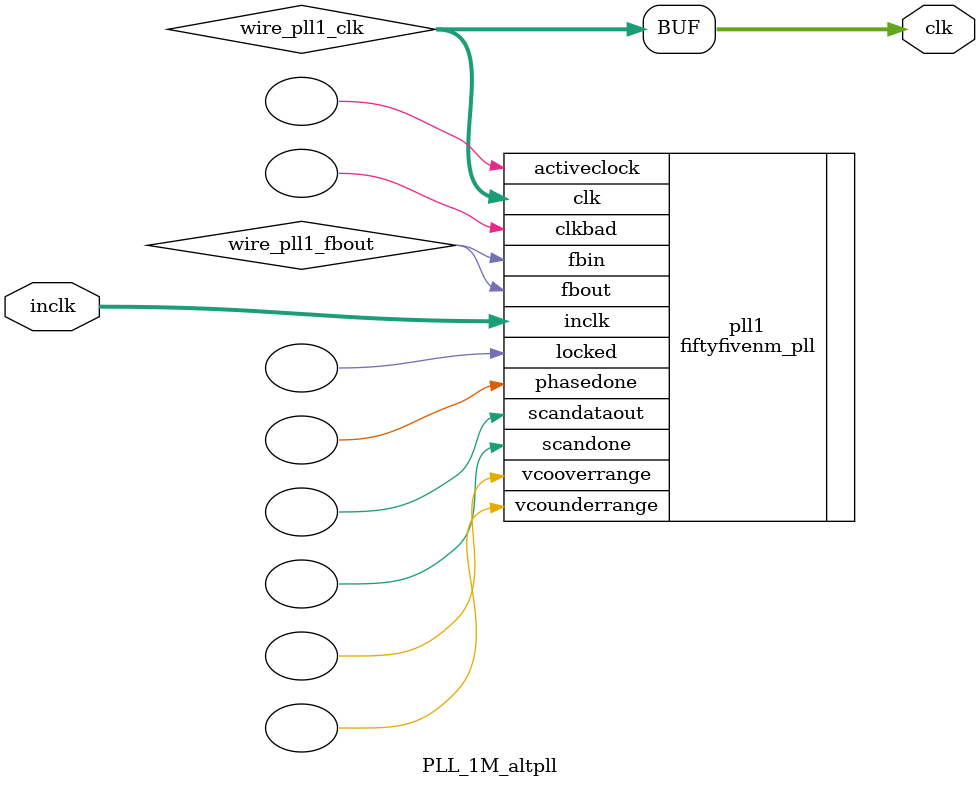
<source format=v>






//synthesis_resources = fiftyfivenm_pll 1 
//synopsys translate_off
`timescale 1 ps / 1 ps
//synopsys translate_on
module  PLL_1M_altpll
	( 
	clk,
	inclk) /* synthesis synthesis_clearbox=1 */;
	output   [4:0]  clk;
	input   [1:0]  inclk;
`ifndef ALTERA_RESERVED_QIS
// synopsys translate_off
`endif
	tri0   [1:0]  inclk;
`ifndef ALTERA_RESERVED_QIS
// synopsys translate_on
`endif

	wire  [4:0]   wire_pll1_clk;
	wire  wire_pll1_fbout;

	fiftyfivenm_pll   pll1
	( 
	.activeclock(),
	.clk(wire_pll1_clk),
	.clkbad(),
	.fbin(wire_pll1_fbout),
	.fbout(wire_pll1_fbout),
	.inclk(inclk),
	.locked(),
	.phasedone(),
	.scandataout(),
	.scandone(),
	.vcooverrange(),
	.vcounderrange()
	`ifndef FORMAL_VERIFICATION
	// synopsys translate_off
	`endif
	,
	.areset(1'b0),
	.clkswitch(1'b0),
	.configupdate(1'b0),
	.pfdena(1'b1),
	.phasecounterselect({3{1'b0}}),
	.phasestep(1'b0),
	.phaseupdown(1'b0),
	.scanclk(1'b0),
	.scanclkena(1'b1),
	.scandata(1'b0)
	`ifndef FORMAL_VERIFICATION
	// synopsys translate_on
	`endif
	);
	defparam
		pll1.bandwidth_type = "auto",
		pll1.clk0_divide_by = 12,
		pll1.clk0_duty_cycle = 50,
		pll1.clk0_multiply_by = 1,
		pll1.clk0_phase_shift = "0",
		pll1.compensate_clock = "clk0",
		pll1.inclk0_input_frequency = 83333,
		pll1.operation_mode = "normal",
		pll1.pll_type = "auto",
		pll1.lpm_type = "fiftyfivenm_pll";
	assign
		clk = {wire_pll1_clk[4:0]};
endmodule //PLL_1M_altpll
//VALID FILE

</source>
